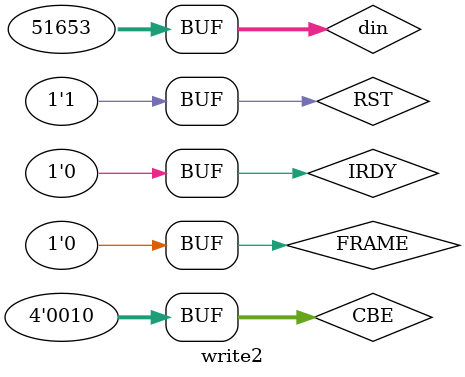
<source format=v>
`timescale 1ns / 1ps


module write2;

	//inout
	wire [31:0] AD;
	assign AD = (IRDY == 1 || cbuffer != 4'b0010 ) ? din:32'bz;


	// Inputs
	reg [3:0] CBE;
	reg FRAME;
	wire TRDY;
	reg IRDY;
	wire DEVSEL;
	reg RST;
	wire CLK;
	reg [31:0] din;	//for write in AD
	
	//SAVE THE COMMAND
	reg [3:0] cbuffer;
	always@(negedge IRDY)
		begin
			cbuffer = CBE;
		end	
		

	// Instantiate the Unit Under Test (UUT)
	PCI_Slave uut (
		.AD(AD),
		.CBE(CBE), 
		.FRAME(FRAME),
		.TRDY(TRDY), 
		.IRDY(IRDY),
		.DEVSEL(DEVSEL),
		.CLK(CLK), 
		.RST(RST)
		/*
		.test(test),
		.i(i)
		*/
	);

	initial begin
		//WRITE
		RST = 1;
		#50
		RST = 0;
		#50
		RST = 1;
		CBE = 0;
		FRAME = 1;
		IRDY = 1'b1;
		din = 51653;
		#100
		CBE = 4'b0011;
		FRAME = 0;
		IRDY = 1'b1;
		din = 51653;
		#100
		IRDY = 1'b0;
		#100
		din = 32'b11111111111111111111111111111111;
		CBE = 4'b1000;
		#450
		din = 32'b11111111111111111111111111111111;
		CBE = 4'b0100;
		#100
		din = 32'b11111111111111111111111111111111;
		CBE = 4'b0010;
		#100
		din = 32'b11111111111111111111111111111111;
		CBE = 4'b0001;
		//READ
		#150
		CBE = 4'b0010;
		FRAME = 1;
		IRDY = 1'b1;
		din = 51653;
		#100
		CBE = 4'b0010;
		FRAME = 0;
		IRDY = 1'b1;
		din = 51653;
		#100
		IRDY = 1'b0;
		#600
		FRAME = 0;

	end
	
	

endmodule


</source>
